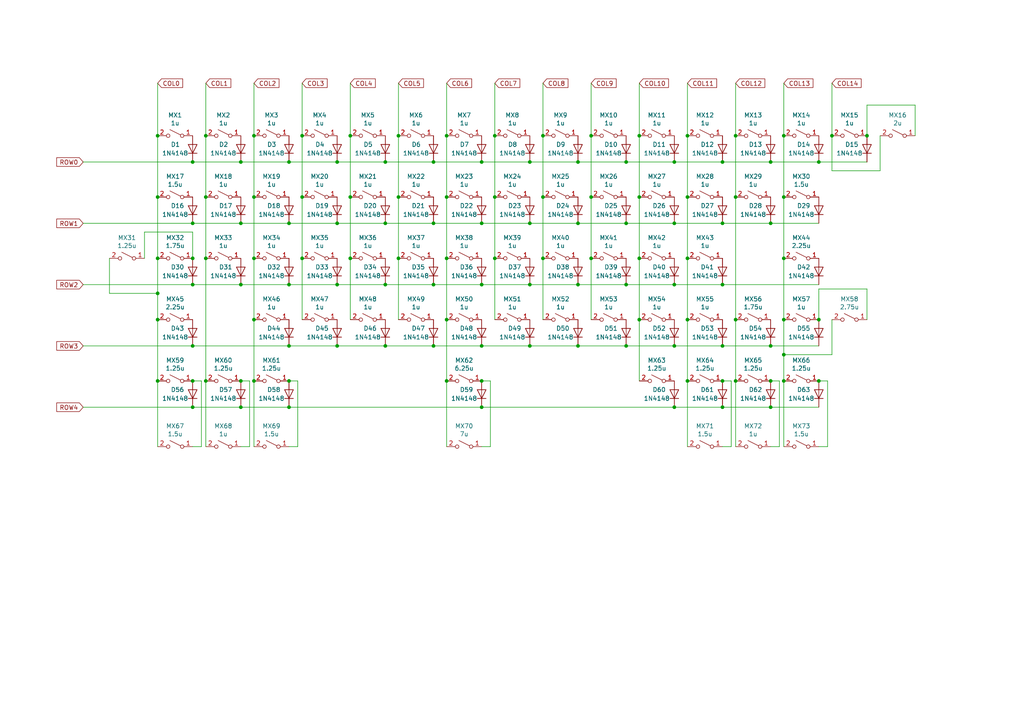
<source format=kicad_sch>
(kicad_sch (version 20210621) (generator eeschema)
  (paper "A4")
  (title_block (title "Bakeneko 60 V3") (date "2020-08-01") (rev "1") (comment 1 "Copyright © 2020 kkatano") (comment 2 "MIT License"))
  (lib_symbols
    (symbol "Device:D" (pin_numbers hide) (pin_names (offset 1.016) hide)
      (property "Reference" "D" (at 0 2.54 0))
      (property "Value" "Device_D" (at 0 -2.54 0))
      (symbol "D_0_1"
        (polyline (pts (xy -1.27 1.27) (xy -1.27 -1.27)) (stroke (width 0.2032)))
        (polyline (pts (xy 1.27 0) (xy -1.27 0)))
        (polyline (pts (xy 1.27 1.27) (xy 1.27 -1.27) (xy -1.27 0) (xy 1.27 1.27)) (stroke (width 0.2032)))
      )
      (symbol "D_1_1"
        (pin passive line (at -3.81 0 0) (length 2.54) (name "K") (number "1"))
        (pin passive line (at 3.81 0 180) (length 2.54) (name "A") (number "2"))
      )
    )
    (symbol "Switch:SW_SPST" (pin_names (offset 0) hide)
      (property "Reference" "SW" (at 0 3.175 0))
      (property "Value" "Switch_SW_SPST" (at 0 -2.54 0))
      (symbol "SW_SPST_0_0"
        (circle (center -2.032 0) (radius 0.508))
        (polyline (pts (xy -1.524 0.254) (xy 1.524 1.778)))
        (circle (center 2.032 0) (radius 0.508))
      )
      (symbol "SW_SPST_1_1"
        (pin passive line (at -5.08 0 0) (length 2.54) (name "A") (number "1"))
        (pin passive line (at 5.08 0 180) (length 2.54) (name "B") (number "2"))
      )
    )
  )
  (junction (at 139.7 82.55))
  (junction (at 125.73 82.55))
  (junction (at 73.66 92.71))
  (junction (at 139.7 118.11))
  (junction (at 55.88 82.55))
  (junction (at 55.88 74.93))
  (junction (at 199.39 57.15))
  (junction (at 157.48 74.93))
  (junction (at 143.51 57.15))
  (junction (at 213.36 39.37))
  (junction (at 101.6 39.37))
  (junction (at 195.58 100.33))
  (junction (at 227.33 92.71))
  (junction (at 237.49 110.49))
  (junction (at 125.73 100.33))
  (junction (at 139.7 100.33))
  (junction (at 181.61 64.77))
  (junction (at 143.51 39.37))
  (junction (at 139.7 64.77))
  (junction (at 69.85 118.11))
  (junction (at 227.33 102.87))
  (junction (at 223.52 64.77))
  (junction (at 125.73 46.99))
  (junction (at 87.63 74.93))
  (junction (at 213.36 57.15))
  (junction (at 213.36 92.71))
  (junction (at 209.55 46.99))
  (junction (at 241.3 39.37))
  (junction (at 73.66 110.49))
  (junction (at 59.69 39.37))
  (junction (at 209.55 64.77))
  (junction (at 223.52 46.99))
  (junction (at 115.57 39.37))
  (junction (at 223.52 110.49))
  (junction (at 171.45 74.93))
  (junction (at 59.69 74.93))
  (junction (at 209.55 118.11))
  (junction (at 139.7 46.99))
  (junction (at 227.33 39.37))
  (junction (at 45.72 85.09))
  (junction (at 199.39 92.71))
  (junction (at 223.52 118.11))
  (junction (at 167.64 82.55))
  (junction (at 55.88 118.11))
  (junction (at 83.82 110.49))
  (junction (at 87.63 57.15))
  (junction (at 181.61 82.55))
  (junction (at 97.79 64.77))
  (junction (at 195.58 82.55))
  (junction (at 45.72 92.71))
  (junction (at 83.82 118.11))
  (junction (at 83.82 82.55))
  (junction (at 167.64 46.99))
  (junction (at 195.58 46.99))
  (junction (at 129.54 74.93))
  (junction (at 167.64 100.33))
  (junction (at 59.69 110.49))
  (junction (at 227.33 57.15))
  (junction (at 73.66 57.15))
  (junction (at 55.88 64.77))
  (junction (at 237.49 92.71))
  (junction (at 171.45 39.37))
  (junction (at 251.46 39.37))
  (junction (at 185.42 39.37))
  (junction (at 45.72 39.37))
  (junction (at 195.58 118.11))
  (junction (at 129.54 57.15))
  (junction (at 185.42 57.15))
  (junction (at 97.79 82.55))
  (junction (at 209.55 110.49))
  (junction (at 55.88 110.49))
  (junction (at 129.54 39.37))
  (junction (at 139.7 110.49))
  (junction (at 45.72 110.49))
  (junction (at 223.52 100.33))
  (junction (at 69.85 64.77))
  (junction (at 69.85 46.99))
  (junction (at 83.82 100.33))
  (junction (at 227.33 74.93))
  (junction (at 153.67 64.77))
  (junction (at 73.66 39.37))
  (junction (at 97.79 100.33))
  (junction (at 153.67 46.99))
  (junction (at 171.45 57.15))
  (junction (at 227.33 110.49))
  (junction (at 157.48 39.37))
  (junction (at 69.85 82.55))
  (junction (at 209.55 100.33))
  (junction (at 185.42 92.71))
  (junction (at 153.67 82.55))
  (junction (at 97.79 46.99))
  (junction (at 213.36 110.49))
  (junction (at 55.88 46.99))
  (junction (at 111.76 46.99))
  (junction (at 195.58 64.77))
  (junction (at 111.76 82.55))
  (junction (at 59.69 57.15))
  (junction (at 69.85 110.49))
  (junction (at 199.39 39.37))
  (junction (at 83.82 46.99))
  (junction (at 209.55 82.55))
  (junction (at 237.49 46.99))
  (junction (at 153.67 100.33))
  (junction (at 83.82 64.77))
  (junction (at 55.88 100.33))
  (junction (at 143.51 74.93))
  (junction (at 45.72 74.93))
  (junction (at 125.73 64.77))
  (junction (at 115.57 57.15))
  (junction (at 157.48 57.15))
  (junction (at 101.6 57.15))
  (junction (at 199.39 110.49))
  (junction (at 181.61 46.99))
  (junction (at 115.57 74.93))
  (junction (at 111.76 100.33))
  (junction (at 199.39 74.93))
  (junction (at 101.6 74.93))
  (junction (at 129.54 92.71))
  (junction (at 87.63 39.37))
  (junction (at 129.54 110.49))
  (junction (at 111.76 64.77))
  (junction (at 181.61 100.33))
  (junction (at 167.64 64.77))
  (junction (at 73.66 74.93))
  (junction (at 45.72 57.15))
  (junction (at 185.42 74.93))
  (wire (pts (xy 55.88 110.49) (xy 58.42 110.49)))
  (wire (pts (xy 212.09 110.49) (xy 209.55 110.49)))
  (wire (pts (xy 157.48 92.71) (xy 157.48 74.93)))
  (wire (pts (xy 199.39 57.15) (xy 199.39 39.37)))
  (wire (pts (xy 45.72 39.37) (xy 45.72 57.15)))
  (wire (pts (xy 223.52 100.33) (xy 237.49 100.33)))
  (wire (pts (xy 185.42 24.13) (xy 185.42 39.37)))
  (wire (pts (xy 58.42 110.49) (xy 58.42 129.54)))
  (wire (pts (xy 115.57 39.37) (xy 115.57 24.13)))
  (wire (pts (xy 157.48 74.93) (xy 157.48 57.15)))
  (wire (pts (xy 59.69 39.37) (xy 59.69 24.13)))
  (wire (pts (xy 153.67 100.33) (xy 167.64 100.33)))
  (wire (pts (xy 226.06 129.54) (xy 223.52 129.54)))
  (wire (pts (xy 223.52 110.49) (xy 226.06 110.49)))
  (wire (pts (xy 45.72 110.49) (xy 45.72 129.54)))
  (wire (pts (xy 129.54 74.93) (xy 129.54 92.71)))
  (wire (pts (xy 209.55 82.55) (xy 237.49 82.55)))
  (wire (pts (xy 181.61 64.77) (xy 195.58 64.77)))
  (wire (pts (xy 143.51 92.71) (xy 143.51 74.93)))
  (wire (pts (xy 142.24 110.49) (xy 142.24 129.54)))
  (wire (pts (xy 31.75 85.09) (xy 45.72 85.09)))
  (wire (pts (xy 237.49 83.82) (xy 237.49 92.71)))
  (wire (pts (xy 251.46 83.82) (xy 237.49 83.82)))
  (wire (pts (xy 83.82 82.55) (xy 69.85 82.55)))
  (wire (pts (xy 125.73 64.77) (xy 139.7 64.77)))
  (wire (pts (xy 143.51 74.93) (xy 143.51 57.15)))
  (wire (pts (xy 24.13 100.33) (xy 55.88 100.33)))
  (wire (pts (xy 83.82 118.11) (xy 69.85 118.11)))
  (wire (pts (xy 73.66 92.71) (xy 73.66 110.49)))
  (wire (pts (xy 240.03 110.49) (xy 240.03 129.54)))
  (wire (pts (xy 41.91 74.93) (xy 41.91 67.31)))
  (wire (pts (xy 73.66 57.15) (xy 73.66 74.93)))
  (wire (pts (xy 129.54 57.15) (xy 129.54 74.93)))
  (wire (pts (xy 87.63 74.93) (xy 87.63 57.15)))
  (wire (pts (xy 111.76 100.33) (xy 125.73 100.33)))
  (wire (pts (xy 185.42 39.37) (xy 185.42 57.15)))
  (wire (pts (xy 185.42 57.15) (xy 185.42 74.93)))
  (wire (pts (xy 45.72 74.93) (xy 45.72 85.09)))
  (wire (pts (xy 213.36 39.37) (xy 213.36 57.15)))
  (wire (pts (xy 167.64 46.99) (xy 153.67 46.99)))
  (wire (pts (xy 209.55 100.33) (xy 223.52 100.33)))
  (wire (pts (xy 129.54 92.71) (xy 129.54 110.49)))
  (wire (pts (xy 55.88 67.31) (xy 55.88 74.93)))
  (wire (pts (xy 153.67 82.55) (xy 139.7 82.55)))
  (wire (pts (xy 69.85 110.49) (xy 72.39 110.49)))
  (wire (pts (xy 45.72 92.71) (xy 45.72 110.49)))
  (wire (pts (xy 59.69 74.93) (xy 59.69 110.49)))
  (wire (pts (xy 241.3 39.37) (xy 241.3 49.53)))
  (wire (pts (xy 153.67 46.99) (xy 139.7 46.99)))
  (wire (pts (xy 213.36 24.13) (xy 213.36 39.37)))
  (wire (pts (xy 199.39 110.49) (xy 199.39 129.54)))
  (wire (pts (xy 69.85 118.11) (xy 55.88 118.11)))
  (wire (pts (xy 265.43 39.37) (xy 265.43 30.48)))
  (wire (pts (xy 115.57 57.15) (xy 115.57 39.37)))
  (wire (pts (xy 157.48 39.37) (xy 157.48 24.13)))
  (wire (pts (xy 185.42 74.93) (xy 185.42 92.71)))
  (wire (pts (xy 240.03 129.54) (xy 237.49 129.54)))
  (wire (pts (xy 213.36 57.15) (xy 213.36 92.71)))
  (wire (pts (xy 199.39 110.49) (xy 199.39 92.71)))
  (wire (pts (xy 97.79 100.33) (xy 111.76 100.33)))
  (wire (pts (xy 139.7 110.49) (xy 142.24 110.49)))
  (wire (pts (xy 209.55 118.11) (xy 195.58 118.11)))
  (wire (pts (xy 73.66 24.13) (xy 73.66 39.37)))
  (wire (pts (xy 139.7 46.99) (xy 125.73 46.99)))
  (wire (pts (xy 227.33 102.87) (xy 227.33 92.71)))
  (wire (pts (xy 227.33 110.49) (xy 227.33 102.87)))
  (wire (pts (xy 143.51 57.15) (xy 143.51 39.37)))
  (wire (pts (xy 139.7 100.33) (xy 153.67 100.33)))
  (wire (pts (xy 101.6 74.93) (xy 101.6 92.71)))
  (wire (pts (xy 241.3 49.53) (xy 255.27 49.53)))
  (wire (pts (xy 45.72 24.13) (xy 45.72 39.37)))
  (wire (pts (xy 199.39 92.71) (xy 199.39 74.93)))
  (wire (pts (xy 237.49 110.49) (xy 240.03 110.49)))
  (wire (pts (xy 171.45 39.37) (xy 171.45 57.15)))
  (wire (pts (xy 251.46 30.48) (xy 251.46 39.37)))
  (wire (pts (xy 143.51 39.37) (xy 143.51 24.13)))
  (wire (pts (xy 212.09 129.54) (xy 212.09 110.49)))
  (wire (pts (xy 31.75 74.93) (xy 31.75 85.09)))
  (wire (pts (xy 73.66 129.54) (xy 73.66 110.49)))
  (wire (pts (xy 199.39 39.37) (xy 199.39 24.13)))
  (wire (pts (xy 125.73 82.55) (xy 111.76 82.55)))
  (wire (pts (xy 101.6 39.37) (xy 101.6 57.15)))
  (wire (pts (xy 139.7 118.11) (xy 195.58 118.11)))
  (wire (pts (xy 83.82 100.33) (xy 97.79 100.33)))
  (wire (pts (xy 87.63 92.71) (xy 87.63 74.93)))
  (wire (pts (xy 199.39 74.93) (xy 199.39 57.15)))
  (wire (pts (xy 115.57 74.93) (xy 115.57 57.15)))
  (wire (pts (xy 83.82 46.99) (xy 69.85 46.99)))
  (wire (pts (xy 227.33 57.15) (xy 227.33 74.93)))
  (wire (pts (xy 41.91 67.31) (xy 55.88 67.31)))
  (wire (pts (xy 55.88 100.33) (xy 83.82 100.33)))
  (wire (pts (xy 181.61 82.55) (xy 167.64 82.55)))
  (wire (pts (xy 227.33 24.13) (xy 227.33 39.37)))
  (wire (pts (xy 139.7 64.77) (xy 153.67 64.77)))
  (wire (pts (xy 125.73 46.99) (xy 111.76 46.99)))
  (wire (pts (xy 72.39 110.49) (xy 72.39 129.54)))
  (wire (pts (xy 213.36 92.71) (xy 213.36 110.49)))
  (wire (pts (xy 24.13 46.99) (xy 55.88 46.99)))
  (wire (pts (xy 83.82 110.49) (xy 86.36 110.49)))
  (wire (pts (xy 226.06 110.49) (xy 226.06 129.54)))
  (wire (pts (xy 142.24 129.54) (xy 139.7 129.54)))
  (wire (pts (xy 125.73 100.33) (xy 139.7 100.33)))
  (wire (pts (xy 223.52 64.77) (xy 237.49 64.77)))
  (wire (pts (xy 129.54 39.37) (xy 129.54 57.15)))
  (wire (pts (xy 97.79 46.99) (xy 83.82 46.99)))
  (wire (pts (xy 227.33 110.49) (xy 227.33 129.54)))
  (wire (pts (xy 115.57 92.71) (xy 115.57 74.93)))
  (wire (pts (xy 73.66 39.37) (xy 73.66 57.15)))
  (wire (pts (xy 83.82 64.77) (xy 97.79 64.77)))
  (wire (pts (xy 153.67 64.77) (xy 167.64 64.77)))
  (wire (pts (xy 251.46 46.99) (xy 237.49 46.99)))
  (wire (pts (xy 24.13 118.11) (xy 55.88 118.11)))
  (wire (pts (xy 59.69 74.93) (xy 59.69 57.15)))
  (wire (pts (xy 101.6 57.15) (xy 101.6 74.93)))
  (wire (pts (xy 223.52 46.99) (xy 209.55 46.99)))
  (wire (pts (xy 167.64 82.55) (xy 153.67 82.55)))
  (wire (pts (xy 111.76 82.55) (xy 97.79 82.55)))
  (wire (pts (xy 72.39 129.54) (xy 69.85 129.54)))
  (wire (pts (xy 87.63 39.37) (xy 87.63 24.13)))
  (wire (pts (xy 209.55 82.55) (xy 195.58 82.55)))
  (wire (pts (xy 129.54 24.13) (xy 129.54 39.37)))
  (wire (pts (xy 213.36 110.49) (xy 213.36 129.54)))
  (wire (pts (xy 111.76 46.99) (xy 97.79 46.99)))
  (wire (pts (xy 209.55 64.77) (xy 223.52 64.77)))
  (wire (pts (xy 167.64 64.77) (xy 181.61 64.77)))
  (wire (pts (xy 101.6 24.13) (xy 101.6 39.37)))
  (wire (pts (xy 167.64 100.33) (xy 181.61 100.33)))
  (wire (pts (xy 223.52 118.11) (xy 209.55 118.11)))
  (wire (pts (xy 97.79 82.55) (xy 83.82 82.55)))
  (wire (pts (xy 45.72 57.15) (xy 45.72 74.93)))
  (wire (pts (xy 181.61 100.33) (xy 195.58 100.33)))
  (wire (pts (xy 139.7 118.11) (xy 83.82 118.11)))
  (wire (pts (xy 209.55 46.99) (xy 195.58 46.99)))
  (wire (pts (xy 227.33 57.15) (xy 227.33 39.37)))
  (wire (pts (xy 45.72 85.09) (xy 45.72 92.71)))
  (wire (pts (xy 86.36 129.54) (xy 83.82 129.54)))
  (wire (pts (xy 195.58 64.77) (xy 209.55 64.77)))
  (wire (pts (xy 195.58 100.33) (xy 209.55 100.33)))
  (wire (pts (xy 241.3 92.71) (xy 241.3 102.87)))
  (wire (pts (xy 58.42 129.54) (xy 55.88 129.54)))
  (wire (pts (xy 237.49 46.99) (xy 223.52 46.99)))
  (wire (pts (xy 251.46 92.71) (xy 251.46 83.82)))
  (wire (pts (xy 129.54 110.49) (xy 129.54 129.54)))
  (wire (pts (xy 55.88 64.77) (xy 69.85 64.77)))
  (wire (pts (xy 24.13 82.55) (xy 55.88 82.55)))
  (wire (pts (xy 73.66 74.93) (xy 73.66 92.71)))
  (wire (pts (xy 59.69 57.15) (xy 59.69 39.37)))
  (wire (pts (xy 185.42 92.71) (xy 185.42 110.49)))
  (wire (pts (xy 227.33 102.87) (xy 241.3 102.87)))
  (wire (pts (xy 171.45 74.93) (xy 171.45 92.71)))
  (wire (pts (xy 86.36 110.49) (xy 86.36 129.54)))
  (wire (pts (xy 181.61 46.99) (xy 167.64 46.99)))
  (wire (pts (xy 59.69 110.49) (xy 59.69 129.54)))
  (wire (pts (xy 265.43 30.48) (xy 251.46 30.48)))
  (wire (pts (xy 255.27 49.53) (xy 255.27 39.37)))
  (wire (pts (xy 111.76 64.77) (xy 125.73 64.77)))
  (wire (pts (xy 209.55 129.54) (xy 212.09 129.54)))
  (wire (pts (xy 241.3 24.13) (xy 241.3 39.37)))
  (wire (pts (xy 69.85 82.55) (xy 55.88 82.55)))
  (wire (pts (xy 227.33 92.71) (xy 227.33 74.93)))
  (wire (pts (xy 237.49 118.11) (xy 223.52 118.11)))
  (wire (pts (xy 139.7 82.55) (xy 125.73 82.55)))
  (wire (pts (xy 55.88 64.77) (xy 24.13 64.77)))
  (wire (pts (xy 195.58 82.55) (xy 181.61 82.55)))
  (wire (pts (xy 171.45 57.15) (xy 171.45 74.93)))
  (wire (pts (xy 69.85 64.77) (xy 83.82 64.77)))
  (wire (pts (xy 97.79 64.77) (xy 111.76 64.77)))
  (wire (pts (xy 195.58 46.99) (xy 181.61 46.99)))
  (wire (pts (xy 157.48 57.15) (xy 157.48 39.37)))
  (wire (pts (xy 69.85 46.99) (xy 55.88 46.99)))
  (wire (pts (xy 87.63 57.15) (xy 87.63 39.37)))
  (wire (pts (xy 171.45 24.13) (xy 171.45 39.37)))
  (global_label "ROW4" (shape input) (at 24.13 118.11 180) (property "Intersheet References" "${INTERSHEET_REFS}" (effects hide)))
  (global_label "COL7" (shape input) (at 143.51 24.13 0) (property "Intersheet References" "${INTERSHEET_REFS}" (effects hide)))
  (global_label "ROW1" (shape input) (at 24.13 64.77 180) (property "Intersheet References" "${INTERSHEET_REFS}" (effects hide)))
  (global_label "COL13" (shape input) (at 227.33 24.13 0) (property "Intersheet References" "${INTERSHEET_REFS}" (effects hide)))
  (global_label "COL11" (shape input) (at 199.39 24.13 0) (property "Intersheet References" "${INTERSHEET_REFS}" (effects hide)))
  (global_label "COL1" (shape input) (at 59.69 24.13 0) (property "Intersheet References" "${INTERSHEET_REFS}" (effects hide)))
  (global_label "COL0" (shape input) (at 45.72 24.13 0) (property "Intersheet References" "${INTERSHEET_REFS}" (effects hide)))
  (global_label "COL3" (shape input) (at 87.63 24.13 0) (property "Intersheet References" "${INTERSHEET_REFS}" (effects hide)))
  (global_label "ROW3" (shape input) (at 24.13 100.33 180) (property "Intersheet References" "${INTERSHEET_REFS}" (effects hide)))
  (global_label "COL4" (shape input) (at 101.6 24.13 0) (property "Intersheet References" "${INTERSHEET_REFS}" (effects hide)))
  (global_label "COL12" (shape input) (at 213.36 24.13 0) (property "Intersheet References" "${INTERSHEET_REFS}" (effects hide)))
  (global_label "COL8" (shape input) (at 157.48 24.13 0) (property "Intersheet References" "${INTERSHEET_REFS}" (effects hide)))
  (global_label "COL2" (shape input) (at 73.66 24.13 0) (property "Intersheet References" "${INTERSHEET_REFS}" (effects hide)))
  (global_label "ROW2" (shape input) (at 24.13 82.55 180) (property "Intersheet References" "${INTERSHEET_REFS}" (effects hide)))
  (global_label "COL10" (shape input) (at 185.42 24.13 0) (property "Intersheet References" "${INTERSHEET_REFS}" (effects hide)))
  (global_label "COL6" (shape input) (at 129.54 24.13 0) (property "Intersheet References" "${INTERSHEET_REFS}" (effects hide)))
  (global_label "COL14" (shape input) (at 241.3 24.13 0) (property "Intersheet References" "${INTERSHEET_REFS}" (effects hide)))
  (global_label "ROW0" (shape input) (at 24.13 46.99 180) (property "Intersheet References" "${INTERSHEET_REFS}" (effects hide)))
  (global_label "COL5" (shape input) (at 115.57 24.13 0) (property "Intersheet References" "${INTERSHEET_REFS}" (effects hide)))
  (global_label "COL9" (shape input) (at 171.45 24.13 0) (property "Intersheet References" "${INTERSHEET_REFS}" (effects hide)))
  (symbol (lib_id "Switch:SW_SPST") (at 246.38 92.71 0) (mirror y) (unit 1)
    (property "Reference" "MX58" (at 246.38 86.741 0))
    (property "Value" "2.75u" (at 246.38 89.0524 0))
    (property "Footprint" "MX_Only:MXOnly-2.75U-Hotswap" (effects hide))
  )
  (symbol (lib_id "Switch:SW_SPST") (at 218.44 129.54 0) (mirror y) (unit 1)
    (property "Reference" "MX72" (at 218.44 123.571 0))
    (property "Value" "1u" (at 218.44 125.8824 0))
    (property "Footprint" "MX_Only:MXOnly-1U-Hotswap" (effects hide))
  )
  (symbol (lib_id "Switch:SW_SPST") (at 232.41 129.54 0) (mirror y) (unit 1)
    (property "Reference" "MX73" (at 232.41 123.571 0))
    (property "Value" "1.5u" (at 232.41 125.8824 0))
    (property "Footprint" "MX_Only:MXOnly-1.5U-Hotswap" (effects hide))
  )
  (symbol (lib_id "Switch:SW_SPST") (at 134.62 129.54 0) (mirror y) (unit 1)
    (property "Reference" "MX70" (at 134.62 123.571 0))
    (property "Value" "7u" (at 134.62 125.8824 0))
    (property "Footprint" "MX_Only:MXOnly-7U-Hotswap" (effects hide))
  )
  (symbol (lib_id "Switch:SW_SPST") (at 50.8 129.54 0) (mirror y) (unit 1)
    (property "Reference" "MX67" (at 50.8 123.571 0))
    (property "Value" "1.5u" (at 50.8 125.8824 0))
    (property "Footprint" "MX_Only:MXOnly-1.5U-Hotswap" (effects hide))
  )
  (symbol (lib_id "Switch:SW_SPST") (at 64.77 129.54 0) (mirror y) (unit 1)
    (property "Reference" "MX68" (at 64.77 123.571 0))
    (property "Value" "1u" (at 64.77 125.8824 0))
    (property "Footprint" "MX_Only:MXOnly-1U-Hotswap" (effects hide))
  )
  (symbol (lib_id "Switch:SW_SPST") (at 78.74 129.54 0) (mirror y) (unit 1)
    (property "Reference" "MX69" (at 78.74 123.571 0))
    (property "Value" "1.5u" (at 78.74 125.8824 0))
    (property "Footprint" "MX_Only:MXOnly-1.5U-Hotswap" (effects hide))
  )
  (symbol (lib_id "Switch:SW_SPST") (at 50.8 57.15 0) (mirror y) (unit 1)
    (property "Reference" "MX17" (at 50.8 51.181 0))
    (property "Value" "1.5u" (at 50.8 53.4924 0))
    (property "Footprint" "MX_Only:MXOnly-1.5U-Hotswap" (effects hide))
  )
  (symbol (lib_id "Switch:SW_SPST") (at 106.68 39.37 0) (mirror y) (unit 1)
    (property "Reference" "MX5" (at 106.68 33.401 0))
    (property "Value" "1u" (at 106.68 35.7124 0))
    (property "Footprint" "MX_Only:MXOnly-1U-Hotswap" (effects hide))
  )
  (symbol (lib_id "Switch:SW_SPST") (at 36.83 74.93 0) (mirror y) (unit 1)
    (property "Reference" "MX31" (at 36.83 68.961 0))
    (property "Value" "1.25u" (at 36.83 71.2724 0))
    (property "Footprint" "MX_Only:MXOnly-1.25U-Hotswap" (effects hide))
  )
  (symbol (lib_id "Switch:SW_SPST") (at 260.35 39.37 0) (mirror y) (unit 1)
    (property "Reference" "MX16" (at 260.35 33.401 0))
    (property "Value" "2u" (at 260.35 35.7124 0))
    (property "Footprint" "MX_Only:MXOnly-2U-Hotswap" (effects hide))
  )
  (symbol (lib_id "Switch:SW_SPST") (at 204.47 129.54 0) (mirror y) (unit 1)
    (property "Reference" "MX71" (at 204.47 123.571 0))
    (property "Value" "1.5u" (at 204.47 125.8824 0))
    (property "Footprint" "MX_Only:MXOnly-1.5U-Hotswap" (effects hide))
  )
  (symbol (lib_id "Switch:SW_SPST") (at 50.8 74.93 0) (mirror y) (unit 1)
    (property "Reference" "MX32" (at 50.8 68.961 0))
    (property "Value" "1.75u" (at 50.8 71.2724 0))
    (property "Footprint" "MX_Only:MXOnly-1.75U-Hotswap" (effects hide))
  )
  (symbol (lib_id "Switch:SW_SPST") (at 50.8 92.71 0) (mirror y) (unit 1)
    (property "Reference" "MX45" (at 50.8 86.741 0))
    (property "Value" "2.25u" (at 50.8 89.0524 0))
    (property "Footprint" "MX_Only:MXOnly-2.25U-Hotswap" (effects hide))
  )
  (symbol (lib_id "Device:D") (at 237.49 114.3 90) (unit 1)
    (property "Reference" "D63" (at 231.14 113.03 90) (effects (justify right)))
    (property "Value" "1N4148" (at 228.6 115.57 90) (effects (justify right)))
    (property "Footprint" "Diode_SMD:D_SOD-123" (effects hide))
    (property "LCSC Part #" "C81598" (effects hide))
  )
  (symbol (lib_id "Switch:SW_SPST") (at 232.41 110.49 0) (mirror y) (unit 1)
    (property "Reference" "MX66" (at 232.41 104.521 0))
    (property "Value" "1.25u" (at 232.41 106.8324 0))
    (property "Footprint" "MX_Only:MXOnly-1.25U-Hotswap" (effects hide))
  )
  (symbol (lib_id "Device:D") (at 223.52 114.3 90) (unit 1)
    (property "Reference" "D62" (at 217.17 113.03 90) (effects (justify right)))
    (property "Value" "1N4148" (at 214.63 115.57 90) (effects (justify right)))
    (property "Footprint" "Diode_SMD:D_SOD-123" (effects hide))
    (property "LCSC Part #" "C81598" (effects hide))
  )
  (symbol (lib_id "Switch:SW_SPST") (at 218.44 110.49 0) (mirror y) (unit 1)
    (property "Reference" "MX65" (at 218.44 104.521 0))
    (property "Value" "1.25u" (at 218.44 106.8324 0))
    (property "Footprint" "MX_Only:MXOnly-1.25U-Hotswap" (effects hide))
  )
  (symbol (lib_id "Device:D") (at 209.55 114.3 90) (unit 1)
    (property "Reference" "D61" (at 203.2 113.03 90) (effects (justify right)))
    (property "Value" "1N4148" (at 200.66 115.57 90) (effects (justify right)))
    (property "Footprint" "Diode_SMD:D_SOD-123" (effects hide))
    (property "LCSC Part #" "C81598" (effects hide))
  )
  (symbol (lib_id "Switch:SW_SPST") (at 204.47 110.49 0) (mirror y) (unit 1)
    (property "Reference" "MX64" (at 204.47 104.521 0))
    (property "Value" "1.25u" (at 204.47 106.8324 0))
    (property "Footprint" "MX_Only:MXOnly-1.25U-Hotswap" (effects hide))
  )
  (symbol (lib_id "Device:D") (at 195.58 114.3 90) (unit 1)
    (property "Reference" "D60" (at 189.23 113.03 90) (effects (justify right)))
    (property "Value" "1N4148" (at 186.69 115.57 90) (effects (justify right)))
    (property "Footprint" "Diode_SMD:D_SOD-123" (effects hide))
    (property "LCSC Part #" "C81598" (effects hide))
  )
  (symbol (lib_id "Switch:SW_SPST") (at 190.5 110.49 0) (mirror y) (unit 1)
    (property "Reference" "MX63" (at 190.5 104.521 0))
    (property "Value" "1.25u" (at 190.5 106.8324 0))
    (property "Footprint" "MX_Only:MXOnly-1.25U-Hotswap" (effects hide))
  )
  (symbol (lib_id "Device:D") (at 139.7 114.3 90) (unit 1)
    (property "Reference" "D59" (at 133.35 113.03 90) (effects (justify right)))
    (property "Value" "1N4148" (at 130.81 115.57 90) (effects (justify right)))
    (property "Footprint" "Diode_SMD:D_SOD-123" (effects hide))
    (property "LCSC Part #" "C81598" (effects hide))
  )
  (symbol (lib_id "Switch:SW_SPST") (at 134.62 110.49 0) (mirror y) (unit 1)
    (property "Reference" "MX62" (at 134.62 104.521 0))
    (property "Value" "6.25u" (at 134.62 106.8324 0))
    (property "Footprint" "MX_Only:MXOnly-6.25U-Hotswap-ReversedStabilizers" (effects hide))
  )
  (symbol (lib_id "Device:D") (at 83.82 114.3 90) (unit 1)
    (property "Reference" "D58" (at 77.47 113.03 90) (effects (justify right)))
    (property "Value" "1N4148" (at 74.93 115.57 90) (effects (justify right)))
    (property "Footprint" "Diode_SMD:D_SOD-123" (effects hide))
    (property "LCSC Part #" "C81598" (effects hide))
  )
  (symbol (lib_id "Switch:SW_SPST") (at 78.74 110.49 0) (mirror y) (unit 1)
    (property "Reference" "MX61" (at 78.74 104.521 0))
    (property "Value" "1.25u" (at 78.74 106.8324 0))
    (property "Footprint" "MX_Only:MXOnly-1.25U-Hotswap" (effects hide))
  )
  (symbol (lib_id "Device:D") (at 69.85 114.3 90) (unit 1)
    (property "Reference" "D57" (at 63.5 113.03 90) (effects (justify right)))
    (property "Value" "1N4148" (at 60.96 115.57 90) (effects (justify right)))
    (property "Footprint" "Diode_SMD:D_SOD-123" (effects hide))
    (property "LCSC Part #" "C81598" (effects hide))
  )
  (symbol (lib_id "Switch:SW_SPST") (at 64.77 110.49 0) (mirror y) (unit 1)
    (property "Reference" "MX60" (at 64.77 104.521 0))
    (property "Value" "1.25u" (at 64.77 106.8324 0))
    (property "Footprint" "MX_Only:MXOnly-1.25U-Hotswap" (effects hide))
  )
  (symbol (lib_id "Device:D") (at 55.88 114.3 90) (unit 1)
    (property "Reference" "D56" (at 49.53 113.03 90) (effects (justify right)))
    (property "Value" "1N4148" (at 46.99 115.57 90) (effects (justify right)))
    (property "Footprint" "Diode_SMD:D_SOD-123" (effects hide))
    (property "LCSC Part #" "C81598" (effects hide))
  )
  (symbol (lib_id "Switch:SW_SPST") (at 50.8 110.49 0) (mirror y) (unit 1)
    (property "Reference" "MX59" (at 50.8 104.521 0))
    (property "Value" "1.25u" (at 50.8 106.8324 0))
    (property "Footprint" "MX_Only:MXOnly-1.25U-Hotswap" (effects hide))
  )
  (symbol (lib_id "Device:D") (at 237.49 96.52 90) (unit 1)
    (property "Reference" "D55" (at 231.14 95.25 90) (effects (justify right)))
    (property "Value" "1N4148" (at 228.6 97.79 90) (effects (justify right)))
    (property "Footprint" "Diode_SMD:D_SOD-123" (effects hide))
    (property "LCSC Part #" "C81598" (effects hide))
  )
  (symbol (lib_id "Switch:SW_SPST") (at 232.41 92.71 0) (mirror y) (unit 1)
    (property "Reference" "MX57" (at 232.41 86.741 0))
    (property "Value" "1u" (at 232.41 89.0524 0))
    (property "Footprint" "MX_Only:MXOnly-1U-Hotswap" (effects hide))
  )
  (symbol (lib_id "Device:D") (at 223.52 96.52 90) (unit 1)
    (property "Reference" "D54" (at 217.17 95.25 90) (effects (justify right)))
    (property "Value" "1N4148" (at 214.63 97.79 90) (effects (justify right)))
    (property "Footprint" "Diode_SMD:D_SOD-123" (effects hide))
    (property "LCSC Part #" "C81598" (effects hide))
  )
  (symbol (lib_id "Switch:SW_SPST") (at 218.44 92.71 0) (mirror y) (unit 1)
    (property "Reference" "MX56" (at 218.44 86.741 0))
    (property "Value" "1.75u" (at 218.44 89.0524 0))
    (property "Footprint" "MX_Only:MXOnly-1.75U-Hotswap" (effects hide))
  )
  (symbol (lib_id "Device:D") (at 209.55 96.52 90) (unit 1)
    (property "Reference" "D53" (at 203.2 95.25 90) (effects (justify right)))
    (property "Value" "1N4148" (at 200.66 97.79 90) (effects (justify right)))
    (property "Footprint" "Diode_SMD:D_SOD-123" (effects hide))
    (property "LCSC Part #" "C81598" (effects hide))
  )
  (symbol (lib_id "Switch:SW_SPST") (at 204.47 92.71 0) (mirror y) (unit 1)
    (property "Reference" "MX55" (at 204.47 86.741 0))
    (property "Value" "1u" (at 204.47 89.0524 0))
    (property "Footprint" "MX_Only:MXOnly-1U-Hotswap" (effects hide))
  )
  (symbol (lib_id "Device:D") (at 195.58 96.52 90) (unit 1)
    (property "Reference" "D52" (at 189.23 95.25 90) (effects (justify right)))
    (property "Value" "1N4148" (at 186.69 97.79 90) (effects (justify right)))
    (property "Footprint" "Diode_SMD:D_SOD-123" (effects hide))
    (property "LCSC Part #" "C81598" (effects hide))
  )
  (symbol (lib_id "Switch:SW_SPST") (at 190.5 92.71 0) (mirror y) (unit 1)
    (property "Reference" "MX54" (at 190.5 86.741 0))
    (property "Value" "1u" (at 190.5 89.0524 0))
    (property "Footprint" "MX_Only:MXOnly-1U-Hotswap" (effects hide))
  )
  (symbol (lib_id "Device:D") (at 181.61 96.52 90) (unit 1)
    (property "Reference" "D51" (at 175.26 95.25 90) (effects (justify right)))
    (property "Value" "1N4148" (at 172.72 97.79 90) (effects (justify right)))
    (property "Footprint" "Diode_SMD:D_SOD-123" (effects hide))
    (property "LCSC Part #" "C81598" (effects hide))
  )
  (symbol (lib_id "Switch:SW_SPST") (at 176.53 92.71 0) (mirror y) (unit 1)
    (property "Reference" "MX53" (at 176.53 86.741 0))
    (property "Value" "1u" (at 176.53 89.0524 0))
    (property "Footprint" "MX_Only:MXOnly-1U-Hotswap" (effects hide))
  )
  (symbol (lib_id "Device:D") (at 167.64 96.52 90) (unit 1)
    (property "Reference" "D50" (at 161.29 95.25 90) (effects (justify right)))
    (property "Value" "1N4148" (at 158.75 97.79 90) (effects (justify right)))
    (property "Footprint" "Diode_SMD:D_SOD-123" (effects hide))
    (property "LCSC Part #" "C81598" (effects hide))
  )
  (symbol (lib_id "Switch:SW_SPST") (at 162.56 92.71 0) (mirror y) (unit 1)
    (property "Reference" "MX52" (at 162.56 86.741 0))
    (property "Value" "1u" (at 162.56 89.0524 0))
    (property "Footprint" "MX_Only:MXOnly-1U-Hotswap" (effects hide))
  )
  (symbol (lib_id "Device:D") (at 153.67 96.52 90) (unit 1)
    (property "Reference" "D49" (at 147.32 95.25 90) (effects (justify right)))
    (property "Value" "1N4148" (at 144.78 97.79 90) (effects (justify right)))
    (property "Footprint" "Diode_SMD:D_SOD-123" (effects hide))
    (property "LCSC Part #" "C81598" (effects hide))
  )
  (symbol (lib_id "Switch:SW_SPST") (at 148.59 92.71 0) (mirror y) (unit 1)
    (property "Reference" "MX51" (at 148.59 86.741 0))
    (property "Value" "1u" (at 148.59 89.0524 0))
    (property "Footprint" "MX_Only:MXOnly-1U-Hotswap" (effects hide))
  )
  (symbol (lib_id "Device:D") (at 139.7 96.52 90) (unit 1)
    (property "Reference" "D48" (at 133.35 95.25 90) (effects (justify right)))
    (property "Value" "1N4148" (at 130.81 97.79 90) (effects (justify right)))
    (property "Footprint" "Diode_SMD:D_SOD-123" (effects hide))
    (property "LCSC Part #" "C81598" (effects hide))
  )
  (symbol (lib_id "Switch:SW_SPST") (at 134.62 92.71 0) (mirror y) (unit 1)
    (property "Reference" "MX50" (at 134.62 86.741 0))
    (property "Value" "1u" (at 134.62 89.0524 0))
    (property "Footprint" "MX_Only:MXOnly-1U-Hotswap" (effects hide))
  )
  (symbol (lib_id "Device:D") (at 125.73 96.52 90) (unit 1)
    (property "Reference" "D47" (at 119.38 95.25 90) (effects (justify right)))
    (property "Value" "1N4148" (at 116.84 97.79 90) (effects (justify right)))
    (property "Footprint" "Diode_SMD:D_SOD-123" (effects hide))
    (property "LCSC Part #" "C81598" (effects hide))
  )
  (symbol (lib_id "Switch:SW_SPST") (at 120.65 92.71 0) (mirror y) (unit 1)
    (property "Reference" "MX49" (at 120.65 86.741 0))
    (property "Value" "1u" (at 120.65 89.0524 0))
    (property "Footprint" "MX_Only:MXOnly-1U-Hotswap" (effects hide))
  )
  (symbol (lib_id "Device:D") (at 111.76 96.52 90) (unit 1)
    (property "Reference" "D46" (at 105.41 95.25 90) (effects (justify right)))
    (property "Value" "1N4148" (at 102.87 97.79 90) (effects (justify right)))
    (property "Footprint" "Diode_SMD:D_SOD-123" (effects hide))
    (property "LCSC Part #" "C81598" (effects hide))
  )
  (symbol (lib_id "Switch:SW_SPST") (at 106.68 92.71 0) (mirror y) (unit 1)
    (property "Reference" "MX48" (at 106.68 86.741 0))
    (property "Value" "1u" (at 106.68 89.0524 0))
    (property "Footprint" "MX_Only:MXOnly-1U-Hotswap" (effects hide))
  )
  (symbol (lib_id "Device:D") (at 97.79 96.52 90) (unit 1)
    (property "Reference" "D45" (at 91.44 95.25 90) (effects (justify right)))
    (property "Value" "1N4148" (at 88.9 97.79 90) (effects (justify right)))
    (property "Footprint" "Diode_SMD:D_SOD-123" (effects hide))
    (property "LCSC Part #" "C81598" (effects hide))
  )
  (symbol (lib_id "Switch:SW_SPST") (at 92.71 92.71 0) (mirror y) (unit 1)
    (property "Reference" "MX47" (at 92.71 86.741 0))
    (property "Value" "1u" (at 92.71 89.0524 0))
    (property "Footprint" "MX_Only:MXOnly-1U-Hotswap" (effects hide))
  )
  (symbol (lib_id "Device:D") (at 83.82 96.52 90) (unit 1)
    (property "Reference" "D44" (at 77.47 95.25 90) (effects (justify right)))
    (property "Value" "1N4148" (at 74.93 97.79 90) (effects (justify right)))
    (property "Footprint" "Diode_SMD:D_SOD-123" (effects hide))
    (property "LCSC Part #" "C81598" (effects hide))
  )
  (symbol (lib_id "Switch:SW_SPST") (at 78.74 92.71 0) (mirror y) (unit 1)
    (property "Reference" "MX46" (at 78.74 86.741 0))
    (property "Value" "1u" (at 78.74 89.0524 0))
    (property "Footprint" "MX_Only:MXOnly-1U-Hotswap" (effects hide))
  )
  (symbol (lib_id "Device:D") (at 55.88 96.52 90) (unit 1)
    (property "Reference" "D43" (at 49.53 95.25 90) (effects (justify right)))
    (property "Value" "1N4148" (at 46.99 97.79 90) (effects (justify right)))
    (property "Footprint" "Diode_SMD:D_SOD-123" (effects hide))
    (property "LCSC Part #" "C81598" (effects hide))
  )
  (symbol (lib_id "Device:D") (at 237.49 78.74 90) (unit 1)
    (property "Reference" "D42" (at 231.14 77.47 90) (effects (justify right)))
    (property "Value" "1N4148" (at 228.6 80.01 90) (effects (justify right)))
    (property "Footprint" "Diode_SMD:D_SOD-123" (effects hide))
    (property "LCSC Part #" "C81598" (effects hide))
  )
  (symbol (lib_id "Switch:SW_SPST") (at 232.41 74.93 0) (mirror y) (unit 1)
    (property "Reference" "MX44" (at 232.41 68.961 0))
    (property "Value" "2.25u" (at 232.41 71.2724 0))
    (property "Footprint" "MX_Only:MXOnly-2.25U-Hotswap" (effects hide))
  )
  (symbol (lib_id "Device:D") (at 209.55 78.74 90) (unit 1)
    (property "Reference" "D41" (at 203.2 77.47 90) (effects (justify right)))
    (property "Value" "1N4148" (at 200.66 80.01 90) (effects (justify right)))
    (property "Footprint" "Diode_SMD:D_SOD-123" (effects hide))
    (property "LCSC Part #" "C81598" (effects hide))
  )
  (symbol (lib_id "Switch:SW_SPST") (at 204.47 74.93 0) (mirror y) (unit 1)
    (property "Reference" "MX43" (at 204.47 68.961 0))
    (property "Value" "1u" (at 204.47 71.2724 0))
    (property "Footprint" "MX_Only:MXOnly-1U-Hotswap" (effects hide))
  )
  (symbol (lib_id "Device:D") (at 195.58 78.74 90) (unit 1)
    (property "Reference" "D40" (at 189.23 77.47 90) (effects (justify right)))
    (property "Value" "1N4148" (at 186.69 80.01 90) (effects (justify right)))
    (property "Footprint" "Diode_SMD:D_SOD-123" (effects hide))
    (property "LCSC Part #" "C81598" (effects hide))
  )
  (symbol (lib_id "Switch:SW_SPST") (at 190.5 74.93 0) (mirror y) (unit 1)
    (property "Reference" "MX42" (at 190.5 68.961 0))
    (property "Value" "1u" (at 190.5 71.2724 0))
    (property "Footprint" "MX_Only:MXOnly-1U-Hotswap" (effects hide))
  )
  (symbol (lib_id "Device:D") (at 181.61 78.74 90) (unit 1)
    (property "Reference" "D39" (at 175.26 77.47 90) (effects (justify right)))
    (property "Value" "1N4148" (at 172.72 80.01 90) (effects (justify right)))
    (property "Footprint" "Diode_SMD:D_SOD-123" (effects hide))
    (property "LCSC Part #" "C81598" (effects hide))
  )
  (symbol (lib_id "Switch:SW_SPST") (at 176.53 74.93 0) (mirror y) (unit 1)
    (property "Reference" "MX41" (at 176.53 68.961 0))
    (property "Value" "1u" (at 176.53 71.2724 0))
    (property "Footprint" "MX_Only:MXOnly-1U-Hotswap" (effects hide))
  )
  (symbol (lib_id "Device:D") (at 167.64 78.74 90) (unit 1)
    (property "Reference" "D38" (at 161.29 77.47 90) (effects (justify right)))
    (property "Value" "1N4148" (at 158.75 80.01 90) (effects (justify right)))
    (property "Footprint" "Diode_SMD:D_SOD-123" (effects hide))
    (property "LCSC Part #" "C81598" (effects hide))
  )
  (symbol (lib_id "Switch:SW_SPST") (at 162.56 74.93 0) (mirror y) (unit 1)
    (property "Reference" "MX40" (at 162.56 68.961 0))
    (property "Value" "1u" (at 162.56 71.2724 0))
    (property "Footprint" "MX_Only:MXOnly-1U-Hotswap" (effects hide))
  )
  (symbol (lib_id "Device:D") (at 153.67 78.74 90) (unit 1)
    (property "Reference" "D37" (at 147.32 77.47 90) (effects (justify right)))
    (property "Value" "1N4148" (at 144.78 80.01 90) (effects (justify right)))
    (property "Footprint" "Diode_SMD:D_SOD-123" (effects hide))
    (property "LCSC Part #" "C81598" (effects hide))
  )
  (symbol (lib_id "Switch:SW_SPST") (at 148.59 74.93 0) (mirror y) (unit 1)
    (property "Reference" "MX39" (at 148.59 68.961 0))
    (property "Value" "1u" (at 148.59 71.2724 0))
    (property "Footprint" "MX_Only:MXOnly-1U-Hotswap" (effects hide))
  )
  (symbol (lib_id "Device:D") (at 139.7 78.74 90) (unit 1)
    (property "Reference" "D36" (at 133.35 77.47 90) (effects (justify right)))
    (property "Value" "1N4148" (at 130.81 80.01 90) (effects (justify right)))
    (property "Footprint" "Diode_SMD:D_SOD-123" (effects hide))
    (property "LCSC Part #" "C81598" (effects hide))
  )
  (symbol (lib_id "Switch:SW_SPST") (at 134.62 74.93 0) (mirror y) (unit 1)
    (property "Reference" "MX38" (at 134.62 68.961 0))
    (property "Value" "1u" (at 134.62 71.2724 0))
    (property "Footprint" "MX_Only:MXOnly-1U-Hotswap" (effects hide))
  )
  (symbol (lib_id "Device:D") (at 125.73 78.74 90) (unit 1)
    (property "Reference" "D35" (at 119.38 77.47 90) (effects (justify right)))
    (property "Value" "1N4148" (at 116.84 80.01 90) (effects (justify right)))
    (property "Footprint" "Diode_SMD:D_SOD-123" (effects hide))
    (property "LCSC Part #" "C81598" (effects hide))
  )
  (symbol (lib_id "Switch:SW_SPST") (at 120.65 74.93 0) (mirror y) (unit 1)
    (property "Reference" "MX37" (at 120.65 68.961 0))
    (property "Value" "1u" (at 120.65 71.2724 0))
    (property "Footprint" "MX_Only:MXOnly-1U-Hotswap" (effects hide))
  )
  (symbol (lib_id "Device:D") (at 111.76 78.74 90) (unit 1)
    (property "Reference" "D34" (at 105.41 77.47 90) (effects (justify right)))
    (property "Value" "1N4148" (at 102.87 80.01 90) (effects (justify right)))
    (property "Footprint" "Diode_SMD:D_SOD-123" (effects hide))
    (property "LCSC Part #" "C81598" (effects hide))
  )
  (symbol (lib_id "Switch:SW_SPST") (at 106.68 74.93 0) (mirror y) (unit 1)
    (property "Reference" "MX36" (at 106.68 68.961 0))
    (property "Value" "1u" (at 106.68 71.2724 0))
    (property "Footprint" "MX_Only:MXOnly-1U-Hotswap" (effects hide))
  )
  (symbol (lib_id "Device:D") (at 97.79 78.74 90) (unit 1)
    (property "Reference" "D33" (at 91.44 77.47 90) (effects (justify right)))
    (property "Value" "1N4148" (at 88.9 80.01 90) (effects (justify right)))
    (property "Footprint" "Diode_SMD:D_SOD-123" (effects hide))
    (property "LCSC Part #" "C81598" (effects hide))
  )
  (symbol (lib_id "Switch:SW_SPST") (at 92.71 74.93 0) (mirror y) (unit 1)
    (property "Reference" "MX35" (at 92.71 68.961 0))
    (property "Value" "1u" (at 92.71 71.2724 0))
    (property "Footprint" "MX_Only:MXOnly-1U-Hotswap" (effects hide))
  )
  (symbol (lib_id "Device:D") (at 83.82 78.74 90) (unit 1)
    (property "Reference" "D32" (at 77.47 77.47 90) (effects (justify right)))
    (property "Value" "1N4148" (at 74.93 80.01 90) (effects (justify right)))
    (property "Footprint" "Diode_SMD:D_SOD-123" (effects hide))
    (property "LCSC Part #" "C81598" (effects hide))
  )
  (symbol (lib_id "Switch:SW_SPST") (at 78.74 74.93 0) (mirror y) (unit 1)
    (property "Reference" "MX34" (at 78.74 68.961 0))
    (property "Value" "1u" (at 78.74 71.2724 0))
    (property "Footprint" "MX_Only:MXOnly-1U-Hotswap" (effects hide))
  )
  (symbol (lib_id "Device:D") (at 69.85 78.74 90) (unit 1)
    (property "Reference" "D31" (at 63.5 77.47 90) (effects (justify right)))
    (property "Value" "1N4148" (at 60.96 80.01 90) (effects (justify right)))
    (property "Footprint" "Diode_SMD:D_SOD-123" (effects hide))
    (property "LCSC Part #" "C81598" (effects hide))
  )
  (symbol (lib_id "Switch:SW_SPST") (at 64.77 74.93 0) (mirror y) (unit 1)
    (property "Reference" "MX33" (at 64.77 68.961 0))
    (property "Value" "1u" (at 64.77 71.2724 0))
    (property "Footprint" "MX_Only:MXOnly-1U-Hotswap" (effects hide))
  )
  (symbol (lib_id "Device:D") (at 55.88 78.74 90) (unit 1)
    (property "Reference" "D30" (at 49.53 77.47 90) (effects (justify right)))
    (property "Value" "1N4148" (at 46.99 80.01 90) (effects (justify right)))
    (property "Footprint" "Diode_SMD:D_SOD-123" (effects hide))
    (property "LCSC Part #" "C81598" (effects hide))
  )
  (symbol (lib_id "Device:D") (at 237.49 60.96 90) (unit 1)
    (property "Reference" "D29" (at 231.14 59.69 90) (effects (justify right)))
    (property "Value" "1N4148" (at 228.6 62.23 90) (effects (justify right)))
    (property "Footprint" "Diode_SMD:D_SOD-123" (effects hide))
    (property "LCSC Part #" "C81598" (effects hide))
  )
  (symbol (lib_id "Switch:SW_SPST") (at 232.41 57.15 0) (mirror y) (unit 1)
    (property "Reference" "MX30" (at 232.41 51.181 0))
    (property "Value" "1.5u" (at 232.41 53.4924 0))
    (property "Footprint" "MX_Only:MXOnly-1.5U-Hotswap" (effects hide))
  )
  (symbol (lib_id "Device:D") (at 223.52 60.96 90) (unit 1)
    (property "Reference" "D28" (at 217.17 59.69 90) (effects (justify right)))
    (property "Value" "1N4148" (at 214.63 62.23 90) (effects (justify right)))
    (property "Footprint" "Diode_SMD:D_SOD-123" (effects hide))
    (property "LCSC Part #" "C81598" (effects hide))
  )
  (symbol (lib_id "Switch:SW_SPST") (at 218.44 57.15 0) (mirror y) (unit 1)
    (property "Reference" "MX29" (at 218.44 51.181 0))
    (property "Value" "1u" (at 218.44 53.4924 0))
    (property "Footprint" "MX_Only:MXOnly-1U-Hotswap" (effects hide))
  )
  (symbol (lib_id "Device:D") (at 209.55 60.96 90) (unit 1)
    (property "Reference" "D27" (at 203.2 59.69 90) (effects (justify right)))
    (property "Value" "1N4148" (at 200.66 62.23 90) (effects (justify right)))
    (property "Footprint" "Diode_SMD:D_SOD-123" (effects hide))
    (property "LCSC Part #" "C81598" (effects hide))
  )
  (symbol (lib_id "Switch:SW_SPST") (at 204.47 57.15 0) (mirror y) (unit 1)
    (property "Reference" "MX28" (at 204.47 51.181 0))
    (property "Value" "1u" (at 204.47 53.4924 0))
    (property "Footprint" "MX_Only:MXOnly-1U-Hotswap" (effects hide))
  )
  (symbol (lib_id "Device:D") (at 195.58 60.96 90) (unit 1)
    (property "Reference" "D26" (at 189.23 59.69 90) (effects (justify right)))
    (property "Value" "1N4148" (at 186.69 62.23 90) (effects (justify right)))
    (property "Footprint" "Diode_SMD:D_SOD-123" (effects hide))
    (property "LCSC Part #" "C81598" (effects hide))
  )
  (symbol (lib_id "Switch:SW_SPST") (at 190.5 57.15 0) (mirror y) (unit 1)
    (property "Reference" "MX27" (at 190.5 51.181 0))
    (property "Value" "1u" (at 190.5 53.4924 0))
    (property "Footprint" "MX_Only:MXOnly-1U-Hotswap" (effects hide))
  )
  (symbol (lib_id "Device:D") (at 181.61 60.96 90) (unit 1)
    (property "Reference" "D25" (at 175.26 59.69 90) (effects (justify right)))
    (property "Value" "1N4148" (at 172.72 62.23 90) (effects (justify right)))
    (property "Footprint" "Diode_SMD:D_SOD-123" (effects hide))
    (property "LCSC Part #" "C81598" (effects hide))
  )
  (symbol (lib_id "Switch:SW_SPST") (at 176.53 57.15 0) (mirror y) (unit 1)
    (property "Reference" "MX26" (at 176.53 51.181 0))
    (property "Value" "1u" (at 176.53 53.4924 0))
    (property "Footprint" "MX_Only:MXOnly-1U-Hotswap" (effects hide))
  )
  (symbol (lib_id "Device:D") (at 167.64 60.96 90) (unit 1)
    (property "Reference" "D24" (at 161.29 59.69 90) (effects (justify right)))
    (property "Value" "1N4148" (at 158.75 62.23 90) (effects (justify right)))
    (property "Footprint" "Diode_SMD:D_SOD-123" (effects hide))
    (property "LCSC Part #" "C81598" (effects hide))
  )
  (symbol (lib_id "Switch:SW_SPST") (at 162.56 57.15 0) (mirror y) (unit 1)
    (property "Reference" "MX25" (at 162.56 51.181 0))
    (property "Value" "1u" (at 162.56 53.4924 0))
    (property "Footprint" "MX_Only:MXOnly-1U-Hotswap" (effects hide))
  )
  (symbol (lib_id "Device:D") (at 153.67 60.96 90) (unit 1)
    (property "Reference" "D23" (at 147.32 59.69 90) (effects (justify right)))
    (property "Value" "1N4148" (at 144.78 62.23 90) (effects (justify right)))
    (property "Footprint" "Diode_SMD:D_SOD-123" (effects hide))
    (property "LCSC Part #" "C81598" (effects hide))
  )
  (symbol (lib_id "Switch:SW_SPST") (at 148.59 57.15 0) (mirror y) (unit 1)
    (property "Reference" "MX24" (at 148.59 51.181 0))
    (property "Value" "1u" (at 148.59 53.4924 0))
    (property "Footprint" "MX_Only:MXOnly-1U-Hotswap" (effects hide))
  )
  (symbol (lib_id "Device:D") (at 139.7 60.96 90) (unit 1)
    (property "Reference" "D22" (at 133.35 59.69 90) (effects (justify right)))
    (property "Value" "1N4148" (at 130.81 62.23 90) (effects (justify right)))
    (property "Footprint" "Diode_SMD:D_SOD-123" (effects hide))
    (property "LCSC Part #" "C81598" (effects hide))
  )
  (symbol (lib_id "Switch:SW_SPST") (at 134.62 57.15 0) (mirror y) (unit 1)
    (property "Reference" "MX23" (at 134.62 51.181 0))
    (property "Value" "1u" (at 134.62 53.4924 0))
    (property "Footprint" "MX_Only:MXOnly-1U-Hotswap" (effects hide))
  )
  (symbol (lib_id "Device:D") (at 125.73 60.96 90) (unit 1)
    (property "Reference" "D21" (at 119.38 59.69 90) (effects (justify right)))
    (property "Value" "1N4148" (at 116.84 62.23 90) (effects (justify right)))
    (property "Footprint" "Diode_SMD:D_SOD-123" (effects hide))
    (property "LCSC Part #" "C81598" (effects hide))
  )
  (symbol (lib_id "Switch:SW_SPST") (at 120.65 57.15 0) (mirror y) (unit 1)
    (property "Reference" "MX22" (at 120.65 51.181 0))
    (property "Value" "1u" (at 120.65 53.4924 0))
    (property "Footprint" "MX_Only:MXOnly-1U-Hotswap" (effects hide))
  )
  (symbol (lib_id "Device:D") (at 111.76 60.96 90) (unit 1)
    (property "Reference" "D20" (at 105.41 59.69 90) (effects (justify right)))
    (property "Value" "1N4148" (at 102.87 62.23 90) (effects (justify right)))
    (property "Footprint" "Diode_SMD:D_SOD-123" (effects hide))
    (property "LCSC Part #" "C81598" (effects hide))
  )
  (symbol (lib_id "Switch:SW_SPST") (at 106.68 57.15 0) (mirror y) (unit 1)
    (property "Reference" "MX21" (at 106.68 51.181 0))
    (property "Value" "1u" (at 106.68 53.4924 0))
    (property "Footprint" "MX_Only:MXOnly-1U-Hotswap" (effects hide))
  )
  (symbol (lib_id "Device:D") (at 97.79 60.96 90) (unit 1)
    (property "Reference" "D19" (at 91.44 59.69 90) (effects (justify right)))
    (property "Value" "1N4148" (at 88.9 62.23 90) (effects (justify right)))
    (property "Footprint" "Diode_SMD:D_SOD-123" (effects hide))
    (property "LCSC Part #" "C81598" (effects hide))
  )
  (symbol (lib_id "Switch:SW_SPST") (at 92.71 57.15 0) (mirror y) (unit 1)
    (property "Reference" "MX20" (at 92.71 51.181 0))
    (property "Value" "1u" (at 92.71 53.4924 0))
    (property "Footprint" "MX_Only:MXOnly-1U-Hotswap" (effects hide))
  )
  (symbol (lib_id "Device:D") (at 83.82 60.96 90) (unit 1)
    (property "Reference" "D18" (at 77.47 59.69 90) (effects (justify right)))
    (property "Value" "1N4148" (at 74.93 62.23 90) (effects (justify right)))
    (property "Footprint" "Diode_SMD:D_SOD-123" (effects hide))
    (property "LCSC Part #" "C81598" (effects hide))
  )
  (symbol (lib_id "Switch:SW_SPST") (at 78.74 57.15 0) (mirror y) (unit 1)
    (property "Reference" "MX19" (at 78.74 51.181 0))
    (property "Value" "1u" (at 78.74 53.4924 0))
    (property "Footprint" "MX_Only:MXOnly-1U-Hotswap" (effects hide))
  )
  (symbol (lib_id "Device:D") (at 69.85 60.96 90) (unit 1)
    (property "Reference" "D17" (at 63.5 59.69 90) (effects (justify right)))
    (property "Value" "1N4148" (at 60.96 62.23 90) (effects (justify right)))
    (property "Footprint" "Diode_SMD:D_SOD-123" (effects hide))
    (property "LCSC Part #" "C81598" (effects hide))
  )
  (symbol (lib_id "Switch:SW_SPST") (at 64.77 57.15 0) (mirror y) (unit 1)
    (property "Reference" "MX18" (at 64.77 51.181 0))
    (property "Value" "1u" (at 64.77 53.4924 0))
    (property "Footprint" "MX_Only:MXOnly-1U-Hotswap" (effects hide))
  )
  (symbol (lib_id "Device:D") (at 55.88 60.96 90) (unit 1)
    (property "Reference" "D16" (at 49.53 59.69 90) (effects (justify right)))
    (property "Value" "1N4148" (at 46.99 62.23 90) (effects (justify right)))
    (property "Footprint" "Diode_SMD:D_SOD-123" (effects hide))
    (property "LCSC Part #" "C81598" (effects hide))
  )
  (symbol (lib_id "Device:D") (at 251.46 43.18 90) (unit 1)
    (property "Reference" "D15" (at 245.11 41.91 90) (effects (justify right)))
    (property "Value" "1N4148" (at 242.57 44.45 90) (effects (justify right)))
    (property "Footprint" "Diode_SMD:D_SOD-123" (effects hide))
    (property "LCSC Part #" "C81598" (effects hide))
  )
  (symbol (lib_id "Switch:SW_SPST") (at 246.38 39.37 0) (mirror y) (unit 1)
    (property "Reference" "MX15" (at 246.38 33.401 0))
    (property "Value" "1u" (at 246.38 35.7124 0))
    (property "Footprint" "MX_Only:MXOnly-1U-Hotswap" (effects hide))
  )
  (symbol (lib_id "Device:D") (at 237.49 43.18 90) (unit 1)
    (property "Reference" "D14" (at 231.14 41.91 90) (effects (justify right)))
    (property "Value" "1N4148" (at 228.6 44.45 90) (effects (justify right)))
    (property "Footprint" "Diode_SMD:D_SOD-123" (effects hide))
    (property "LCSC Part #" "C81598" (effects hide))
  )
  (symbol (lib_id "Switch:SW_SPST") (at 232.41 39.37 0) (mirror y) (unit 1)
    (property "Reference" "MX14" (at 232.41 33.401 0))
    (property "Value" "1u" (at 232.41 35.7124 0))
    (property "Footprint" "MX_Only:MXOnly-1U-Hotswap" (effects hide))
  )
  (symbol (lib_id "Device:D") (at 223.52 43.18 90) (unit 1)
    (property "Reference" "D13" (at 217.17 41.91 90) (effects (justify right)))
    (property "Value" "1N4148" (at 214.63 44.45 90) (effects (justify right)))
    (property "Footprint" "Diode_SMD:D_SOD-123" (effects hide))
    (property "LCSC Part #" "C81598" (effects hide))
  )
  (symbol (lib_id "Switch:SW_SPST") (at 218.44 39.37 0) (mirror y) (unit 1)
    (property "Reference" "MX13" (at 218.44 33.401 0))
    (property "Value" "1u" (at 218.44 35.7124 0))
    (property "Footprint" "MX_Only:MXOnly-1U-Hotswap" (effects hide))
  )
  (symbol (lib_id "Device:D") (at 209.55 43.18 90) (unit 1)
    (property "Reference" "D12" (at 203.2 41.91 90) (effects (justify right)))
    (property "Value" "1N4148" (at 200.66 44.45 90) (effects (justify right)))
    (property "Footprint" "Diode_SMD:D_SOD-123" (effects hide))
    (property "LCSC Part #" "C81598" (effects hide))
  )
  (symbol (lib_id "Switch:SW_SPST") (at 204.47 39.37 0) (mirror y) (unit 1)
    (property "Reference" "MX12" (at 204.47 33.401 0))
    (property "Value" "1u" (at 204.47 35.7124 0))
    (property "Footprint" "MX_Only:MXOnly-1U-Hotswap" (effects hide))
  )
  (symbol (lib_id "Device:D") (at 195.58 43.18 90) (unit 1)
    (property "Reference" "D11" (at 189.23 41.91 90) (effects (justify right)))
    (property "Value" "1N4148" (at 186.69 44.45 90) (effects (justify right)))
    (property "Footprint" "Diode_SMD:D_SOD-123" (effects hide))
    (property "LCSC Part #" "C81598" (effects hide))
  )
  (symbol (lib_id "Switch:SW_SPST") (at 190.5 39.37 0) (mirror y) (unit 1)
    (property "Reference" "MX11" (at 190.5 33.401 0))
    (property "Value" "1u" (at 190.5 35.7124 0))
    (property "Footprint" "MX_Only:MXOnly-1U-Hotswap" (effects hide))
  )
  (symbol (lib_id "Device:D") (at 181.61 43.18 90) (unit 1)
    (property "Reference" "D10" (at 175.26 41.91 90) (effects (justify right)))
    (property "Value" "1N4148" (at 172.72 44.45 90) (effects (justify right)))
    (property "Footprint" "Diode_SMD:D_SOD-123" (effects hide))
    (property "LCSC Part #" "C81598" (effects hide))
  )
  (symbol (lib_id "Switch:SW_SPST") (at 176.53 39.37 0) (mirror y) (unit 1)
    (property "Reference" "MX10" (at 176.53 33.401 0))
    (property "Value" "1u" (at 176.53 35.7124 0))
    (property "Footprint" "MX_Only:MXOnly-1U-Hotswap" (effects hide))
  )
  (symbol (lib_id "Device:D") (at 167.64 43.18 90) (unit 1)
    (property "Reference" "D9" (at 161.29 41.91 90) (effects (justify right)))
    (property "Value" "1N4148" (at 158.75 44.45 90) (effects (justify right)))
    (property "Footprint" "Diode_SMD:D_SOD-123" (effects hide))
    (property "LCSC Part #" "C81598" (effects hide))
  )
  (symbol (lib_id "Switch:SW_SPST") (at 162.56 39.37 0) (mirror y) (unit 1)
    (property "Reference" "MX9" (at 162.56 33.401 0))
    (property "Value" "1u" (at 162.56 35.7124 0))
    (property "Footprint" "MX_Only:MXOnly-1U-Hotswap" (effects hide))
  )
  (symbol (lib_id "Device:D") (at 153.67 43.18 90) (unit 1)
    (property "Reference" "D8" (at 147.32 41.91 90) (effects (justify right)))
    (property "Value" "1N4148" (at 144.78 44.45 90) (effects (justify right)))
    (property "Footprint" "Diode_SMD:D_SOD-123" (effects hide))
    (property "LCSC Part #" "C81598" (effects hide))
  )
  (symbol (lib_id "Switch:SW_SPST") (at 148.59 39.37 0) (mirror y) (unit 1)
    (property "Reference" "MX8" (at 148.59 33.401 0))
    (property "Value" "1u" (at 148.59 35.7124 0))
    (property "Footprint" "MX_Only:MXOnly-1U-Hotswap" (effects hide))
  )
  (symbol (lib_id "Device:D") (at 139.7 43.18 90) (unit 1)
    (property "Reference" "D7" (at 133.35 41.91 90) (effects (justify right)))
    (property "Value" "1N4148" (at 130.81 44.45 90) (effects (justify right)))
    (property "Footprint" "Diode_SMD:D_SOD-123" (effects hide))
    (property "LCSC Part #" "C81598" (effects hide))
  )
  (symbol (lib_id "Switch:SW_SPST") (at 134.62 39.37 0) (mirror y) (unit 1)
    (property "Reference" "MX7" (at 134.62 33.401 0))
    (property "Value" "1u" (at 134.62 35.7124 0))
    (property "Footprint" "MX_Only:MXOnly-1U-Hotswap" (effects hide))
  )
  (symbol (lib_id "Device:D") (at 125.73 43.18 90) (unit 1)
    (property "Reference" "D6" (at 119.38 41.91 90) (effects (justify right)))
    (property "Value" "1N4148" (at 116.84 44.45 90) (effects (justify right)))
    (property "Footprint" "Diode_SMD:D_SOD-123" (effects hide))
    (property "LCSC Part #" "C81598" (effects hide))
  )
  (symbol (lib_id "Switch:SW_SPST") (at 120.65 39.37 0) (mirror y) (unit 1)
    (property "Reference" "MX6" (at 120.65 33.401 0))
    (property "Value" "1u" (at 120.65 35.7124 0))
    (property "Footprint" "MX_Only:MXOnly-1U-Hotswap" (effects hide))
  )
  (symbol (lib_id "Device:D") (at 111.76 43.18 90) (unit 1)
    (property "Reference" "D5" (at 105.41 41.91 90) (effects (justify right)))
    (property "Value" "1N4148" (at 102.87 44.45 90) (effects (justify right)))
    (property "Footprint" "Diode_SMD:D_SOD-123" (effects hide))
    (property "LCSC Part #" "C81598" (effects hide))
  )
  (symbol (lib_id "Device:D") (at 97.79 43.18 90) (unit 1)
    (property "Reference" "D4" (at 91.44 41.91 90) (effects (justify right)))
    (property "Value" "1N4148" (at 88.9 44.45 90) (effects (justify right)))
    (property "Footprint" "Diode_SMD:D_SOD-123" (effects hide))
    (property "LCSC Part #" "C81598" (effects hide))
  )
  (symbol (lib_id "Switch:SW_SPST") (at 92.71 39.37 0) (mirror y) (unit 1)
    (property "Reference" "MX4" (at 92.71 33.401 0))
    (property "Value" "1u" (at 92.71 35.7124 0))
    (property "Footprint" "MX_Only:MXOnly-1U-Hotswap" (effects hide))
  )
  (symbol (lib_id "Device:D") (at 83.82 43.18 90) (unit 1)
    (property "Reference" "D3" (at 77.47 41.91 90) (effects (justify right)))
    (property "Value" "1N4148" (at 74.93 44.45 90) (effects (justify right)))
    (property "Footprint" "Diode_SMD:D_SOD-123" (effects hide))
    (property "LCSC Part #" "C81598" (effects hide))
  )
  (symbol (lib_id "Switch:SW_SPST") (at 78.74 39.37 0) (mirror y) (unit 1)
    (property "Reference" "MX3" (at 78.74 33.401 0))
    (property "Value" "1u" (at 78.74 35.7124 0))
    (property "Footprint" "MX_Only:MXOnly-1U-Hotswap" (effects hide))
  )
  (symbol (lib_id "Device:D") (at 69.85 43.18 90) (unit 1)
    (property "Reference" "D2" (at 63.5 41.91 90) (effects (justify right)))
    (property "Value" "1N4148" (at 60.96 44.45 90) (effects (justify right)))
    (property "Footprint" "Diode_SMD:D_SOD-123" (effects hide))
    (property "LCSC Part #" "C81598" (effects hide))
  )
  (symbol (lib_id "Switch:SW_SPST") (at 64.77 39.37 0) (mirror y) (unit 1)
    (property "Reference" "MX2" (at 64.77 33.401 0))
    (property "Value" "1u" (at 64.77 35.7124 0))
    (property "Footprint" "MX_Only:MXOnly-1U-Hotswap" (effects hide))
  )
  (symbol (lib_id "Device:D") (at 55.88 43.18 90) (unit 1)
    (property "Reference" "D1" (at 49.53 41.91 90) (effects (justify right)))
    (property "Value" "1N4148" (at 46.99 44.45 90) (effects (justify right)))
    (property "Footprint" "Diode_SMD:D_SOD-123" (effects hide))
    (property "LCSC Part #" "C81598" (effects hide))
  )
  (symbol (lib_id "Switch:SW_SPST") (at 50.8 39.37 0) (mirror y) (unit 1)
    (property "Reference" "MX1" (at 50.8 33.401 0))
    (property "Value" "1u" (at 50.8 35.7124 0))
    (property "Footprint" "MX_Only:MXOnly-1U-Hotswap" (effects hide))
  )
)
</source>
